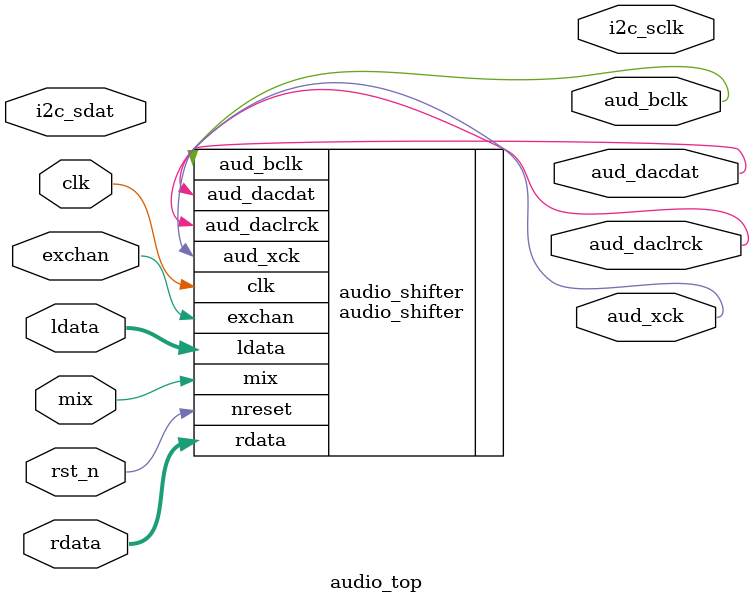
<source format=v>
/********************************************/
/* audio_top.v                              */
/*                                          */
/* 2012, rok.krajnc@gmail.com               */
/********************************************/


module audio_top (
  input  wire           clk,
  input  wire           rst_n,
  // config
  input  wire           mix,
  // audio shifter
  input  wire [ 15-1:0] rdata,
  input  wire [ 15-1:0] ldata,
  input  wire           exchan,
  output wire           aud_bclk,
  output wire           aud_daclrck,
  output wire           aud_dacdat,
  output wire           aud_xck,
  // I2C audio config
  output wire           i2c_sclk,
  inout                 i2c_sdat
);



////////////////////////////////////////
// modules                            //
////////////////////////////////////////

// don't include these two modules for sim, as they have some probems in simulation
`ifndef SOC_SIM


// audio shifter
audio_shifter audio_shifter (
  .clk          (clk              ),
  .nreset       (rst_n            ),
  .mix          (mix              ),
  .rdata        (rdata            ),
  .ldata        (ldata            ),
  .exchan       (exchan           ),
  .aud_bclk     (aud_bclk         ),
  .aud_daclrck  (aud_daclrck      ),
  .aud_dacdat   (aud_dacdat       ),
  .aud_xck      (aud_xck          )
);


// I2C audio config
//I2C_AV_Config audio_config (
//  // host side
//  .iCLK         (clk              ),
//  .iRST_N       (rst_n            ),
//  // i2c side
//  .oI2C_SCLK    (i2c_sclk         ),
//  .oI2C_SDAT    (i2c_sdat         )
//);


`endif // SOC_SIM



endmodule


</source>
